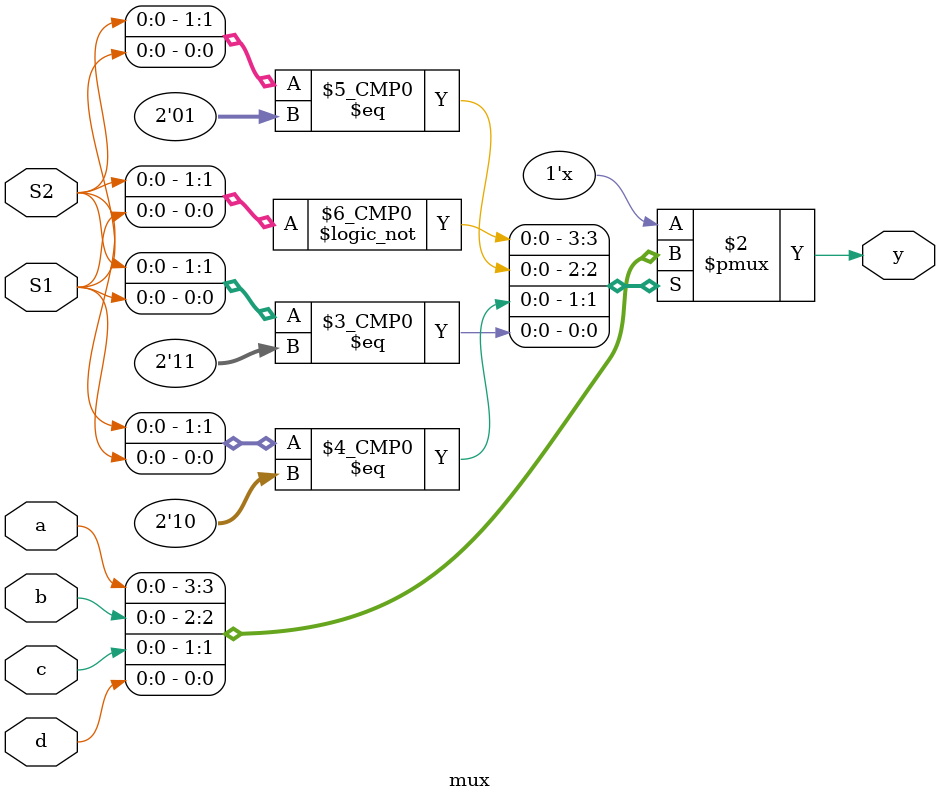
<source format=v>
module mux(
    input a,b,c,d,
    input S1, S2,
    output y
);
    always@(S1, S2) begin
        case ({S2, S1})
            2'b00 : y = a;
            2'b01 : y = b;
            2'b10 : y = c;
            2'b11 : y = d;
            default : y = a;
        endcase
        
    end

endmodule
</source>
